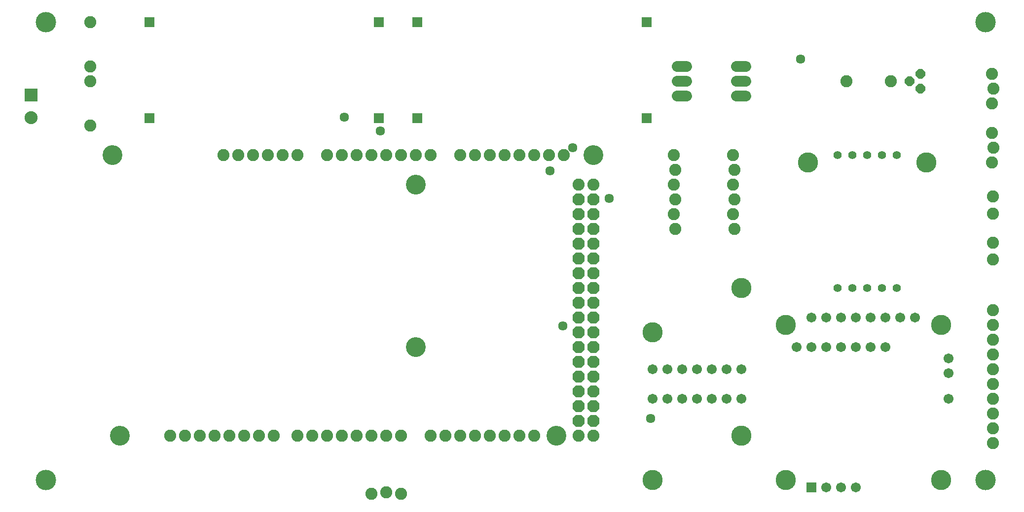
<source format=gts>
G75*
%MOIN*%
%OFA0B0*%
%FSLAX25Y25*%
%IPPOS*%
%LPD*%
%AMOC8*
5,1,8,0,0,1.08239X$1,22.5*
%
%ADD10R,0.08800X0.08800*%
%ADD11C,0.08800*%
%ADD12R,0.06743X0.06743*%
%ADD13C,0.08200*%
%ADD14OC8,0.08200*%
%ADD15C,0.13398*%
%ADD16OC8,0.06400*%
%ADD17C,0.13650*%
%ADD18C,0.06743*%
%ADD19C,0.07200*%
%ADD20C,0.05562*%
%ADD21C,0.13800*%
%ADD22C,0.06340*%
D10*
X0060842Y0282000D03*
D11*
X0060842Y0266820D03*
D12*
X0140842Y0266300D03*
X0140842Y0331300D03*
X0295842Y0331300D03*
X0322092Y0331300D03*
X0322092Y0266300D03*
X0295842Y0266300D03*
X0477092Y0266300D03*
X0477092Y0331300D03*
X0588342Y0016300D03*
D13*
X0710842Y0046300D03*
X0710842Y0056300D03*
X0710842Y0066300D03*
X0710842Y0076300D03*
X0710842Y0086300D03*
X0710842Y0096300D03*
X0710842Y0106300D03*
X0710842Y0116300D03*
X0710842Y0126300D03*
X0710842Y0136300D03*
X0710842Y0170600D03*
X0710842Y0182000D03*
X0710842Y0201850D03*
X0710842Y0213250D03*
X0710342Y0236300D03*
X0711342Y0246300D03*
X0710342Y0256300D03*
X0710342Y0276300D03*
X0711342Y0286300D03*
X0710342Y0296300D03*
X0642092Y0291300D03*
X0612092Y0291300D03*
X0535342Y0241300D03*
X0536342Y0231300D03*
X0535342Y0221300D03*
X0536342Y0211300D03*
X0535342Y0201300D03*
X0536342Y0191300D03*
X0496342Y0191300D03*
X0495342Y0201300D03*
X0496342Y0211300D03*
X0495342Y0221300D03*
X0496342Y0231300D03*
X0495342Y0241300D03*
X0440842Y0221300D03*
X0430842Y0221300D03*
X0420842Y0241300D03*
X0410842Y0241300D03*
X0400842Y0241300D03*
X0390842Y0241300D03*
X0380842Y0241300D03*
X0370842Y0241300D03*
X0360842Y0241300D03*
X0350842Y0241300D03*
X0330842Y0241300D03*
X0320842Y0241300D03*
X0310842Y0241300D03*
X0300842Y0241300D03*
X0290842Y0241300D03*
X0280842Y0241300D03*
X0270842Y0241300D03*
X0260842Y0241300D03*
X0240842Y0241300D03*
X0230842Y0241300D03*
X0220842Y0241300D03*
X0210842Y0241300D03*
X0200842Y0241300D03*
X0190842Y0241300D03*
X0100842Y0261300D03*
X0100842Y0291300D03*
X0100842Y0301300D03*
X0100842Y0331300D03*
X0154842Y0051300D03*
X0164842Y0051300D03*
X0174842Y0051300D03*
X0184842Y0051300D03*
X0194842Y0051300D03*
X0204842Y0051300D03*
X0214842Y0051300D03*
X0224842Y0051300D03*
X0240842Y0051300D03*
X0250842Y0051300D03*
X0260842Y0051300D03*
X0270842Y0051300D03*
X0280842Y0051300D03*
X0290842Y0051300D03*
X0300842Y0051300D03*
X0310842Y0051300D03*
X0330842Y0051300D03*
X0340842Y0051300D03*
X0350842Y0051300D03*
X0360842Y0051300D03*
X0370842Y0051300D03*
X0380842Y0051300D03*
X0390842Y0051300D03*
X0400842Y0051300D03*
X0430842Y0051300D03*
X0440842Y0051300D03*
X0310842Y0012050D03*
X0300842Y0013050D03*
X0290842Y0012050D03*
D14*
X0430842Y0061300D03*
X0440842Y0061300D03*
X0440842Y0071300D03*
X0430842Y0071300D03*
X0430842Y0081300D03*
X0440842Y0081300D03*
X0440842Y0091300D03*
X0430842Y0091300D03*
X0430842Y0101300D03*
X0440842Y0101300D03*
X0440842Y0111300D03*
X0430842Y0111300D03*
X0430842Y0121300D03*
X0440842Y0121300D03*
X0440842Y0131300D03*
X0430842Y0131300D03*
X0430842Y0141300D03*
X0440842Y0141300D03*
X0440842Y0151300D03*
X0430842Y0151300D03*
X0430842Y0161300D03*
X0440842Y0161300D03*
X0440842Y0171300D03*
X0430842Y0171300D03*
X0430842Y0181300D03*
X0440842Y0181300D03*
X0440842Y0191300D03*
X0430842Y0191300D03*
X0430842Y0201300D03*
X0440842Y0201300D03*
X0440842Y0211300D03*
X0430842Y0211300D03*
D15*
X0440842Y0241300D03*
X0320842Y0221300D03*
X0320842Y0111300D03*
X0415842Y0051300D03*
X0120842Y0051300D03*
X0115842Y0241300D03*
D16*
X0654592Y0291300D03*
X0662092Y0296300D03*
X0662092Y0286300D03*
D17*
X0665842Y0236300D03*
X0585842Y0236300D03*
X0540842Y0151300D03*
X0570842Y0126300D03*
X0480842Y0121300D03*
X0540842Y0051300D03*
X0570842Y0021300D03*
X0480842Y0021300D03*
X0675842Y0021300D03*
X0675842Y0126300D03*
D18*
X0658342Y0131300D03*
X0648342Y0131300D03*
X0638342Y0131300D03*
X0628342Y0131300D03*
X0618342Y0131300D03*
X0608342Y0131300D03*
X0598342Y0131300D03*
X0588342Y0131300D03*
X0588342Y0111300D03*
X0578342Y0111300D03*
X0598342Y0111300D03*
X0608342Y0111300D03*
X0618342Y0111300D03*
X0628342Y0111300D03*
X0638342Y0111300D03*
X0680842Y0103800D03*
X0680842Y0093800D03*
X0680842Y0076300D03*
X0618342Y0016300D03*
X0608342Y0016300D03*
X0598342Y0016300D03*
X0540842Y0076300D03*
X0530842Y0076300D03*
X0520842Y0076300D03*
X0510842Y0076300D03*
X0500842Y0076300D03*
X0490842Y0076300D03*
X0480842Y0076300D03*
X0480842Y0096300D03*
X0490842Y0096300D03*
X0500842Y0096300D03*
X0510842Y0096300D03*
X0520842Y0096300D03*
X0530842Y0096300D03*
X0540842Y0096300D03*
D19*
X0537642Y0281300D02*
X0544042Y0281300D01*
X0544042Y0291300D02*
X0537642Y0291300D01*
X0537642Y0301300D02*
X0544042Y0301300D01*
X0504042Y0301300D02*
X0497642Y0301300D01*
X0497642Y0291300D02*
X0504042Y0291300D01*
X0504042Y0281300D02*
X0497642Y0281300D01*
D20*
X0605842Y0241300D03*
X0615842Y0241300D03*
X0625842Y0241300D03*
X0635842Y0241300D03*
X0645842Y0241300D03*
X0645842Y0151300D03*
X0635842Y0151300D03*
X0625842Y0151300D03*
X0615842Y0151300D03*
X0605842Y0151300D03*
D21*
X0070842Y0021300D03*
X0070842Y0331300D03*
X0705842Y0331300D03*
X0705842Y0021300D03*
D22*
X0479592Y0063175D03*
X0420217Y0125675D03*
X0451467Y0211925D03*
X0411467Y0230675D03*
X0427092Y0246300D03*
X0297092Y0257550D03*
X0272717Y0266925D03*
X0580842Y0306300D03*
M02*

</source>
